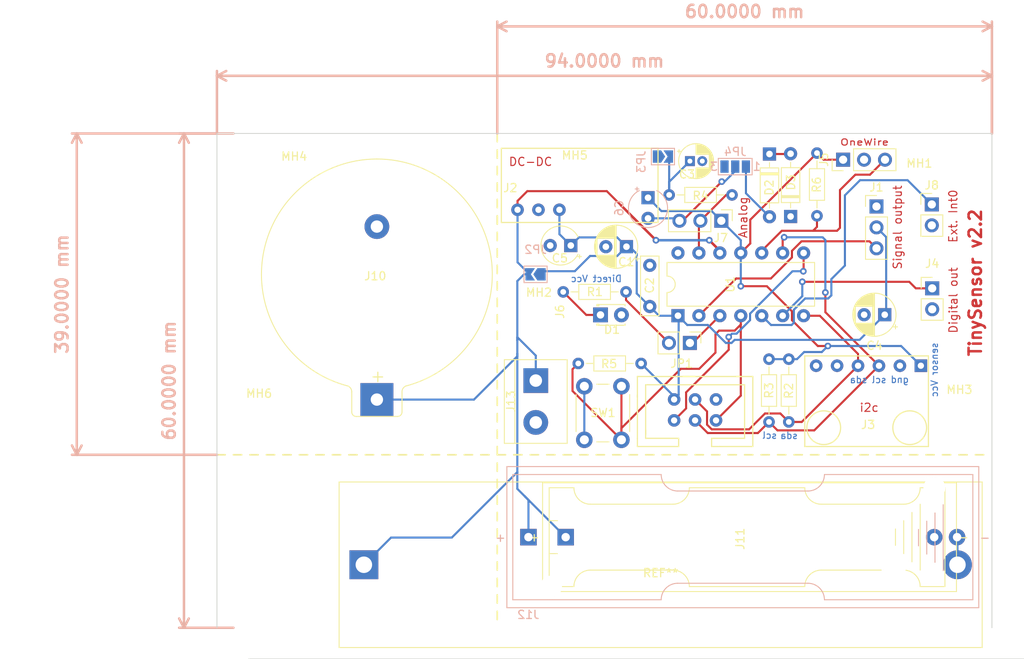
<source format=kicad_pcb>
(kicad_pcb (version 20211014) (generator pcbnew)
  (title_block (title "TinySensor Board") (date "2018-11-11") (rev "1.1"))
  (layers (0 "F.Cu" signal) (31 "B.Cu" signal) (34 "B.Paste" user) (35 "F.Paste" user) (36 "B.SilkS" user "B.Silkscreen") (37 "F.SilkS" user "F.Silkscreen") (38 "B.Mask" user) (39 "F.Mask" user) (44 "Edge.Cuts" user))
  (net 0 "")
  (net 1 "/SCL")
  (net 2 "/LED_OUT")
  (net 3 "/TX_RADIO")
  (net 4 "/SDA")
  (net 5 "GND")
  (net 6 "+BATT")
  (net 7 "/RESET")
  (net 8 "/OneWire")
  (net 9 "/MISO")
  (net 10 "/Analog_sensor")
  (net 11 "Net-(D1-Pad1)")
  (net 12 "Net-(C3-Pad1)")
  (net 13 "Net-(JP1-Pad2)")
  (net 14 "VCC")
  (net 15 "/SENSOR_VCC")
  (net 16 "/INT0")
  (net 18 "Net-(D2-Pad1)")
  (net 19 "Net-(D2-Pad2)")
  (net 20 "Net-(C6-Pad2)")
  (net 21 "/DIGITAL_OUT")
  (footprint "Package_DIP:DIP-14_W7.62mm" (layer "F.Cu") (at 168.92 70.12 90)
    (fp_text reference "U1" (at 3.81 6.35 90) (layer "F.SilkS"))
    (fp_text value "ATtiny84A-PU")
    (pad "1" thru_hole rect locked (at 0 0 90) (size 1.6 1.6) (drill 0.8) (layers *.Cu *.Mask) (net 14 "VCC"))
    (pad "2" thru_hole oval locked (at 0 2.54 90) (size 1.6 1.6) (drill 0.8) (layers *.Cu *.Mask) (net 3 "/TX_RADIO"))
    (pad "3" thru_hole oval locked (at 0 5.08 90) (size 1.6 1.6) (drill 0.8) (layers *.Cu *.Mask) (net 2 "/LED_OUT"))
    (pad "4" thru_hole oval locked (at 0 7.62 90) (size 1.6 1.6) (drill 0.8) (layers *.Cu *.Mask) (net 7 "/RESET"))
    (pad "5" thru_hole oval locked (at 0 10.16 90) (size 1.6 1.6) (drill 0.8) (layers *.Cu *.Mask) (net 16 "/INT0"))
    (pad "6" thru_hole oval locked (at 0 12.7 90) (size 1.6 1.6) (drill 0.8) (layers *.Cu *.Mask) (net 21 "/DIGITAL_OUT"))
    (pad "7" thru_hole oval locked (at 0 15.24 90) (size 1.6 1.6) (drill 0.8) (layers *.Cu *.Mask) (net 4 "/SDA"))
    (pad "8" thru_hole oval locked (at 7.62 15.24 90) (size 1.6 1.6) (drill 0.8) (layers *.Cu *.Mask) (net 9 "/MISO"))
    (pad "9" thru_hole oval locked (at 7.62 12.7 90) (size 1.6 1.6) (drill 0.8) (layers *.Cu *.Mask) (net 1 "/SCL"))
    (pad "10" thru_hole oval locked (at 7.62 10.16 90) (size 1.6 1.6) (drill 0.8) (layers *.Cu *.Mask) (net 8 "/OneWire"))
    (pad "11" thru_hole oval locked (at 7.62 7.62 90) (size 1.6 1.6) (drill 0.8) (layers *.Cu *.Mask) (net 15 "/SENSOR_VCC"))
    (pad "12" thru_hole oval locked (at 7.62 5.08 90) (size 1.6 1.6) (drill 0.8) (layers *.Cu *.Mask) (net 6 "+BATT"))
    (pad "13" thru_hole oval locked (at 7.62 2.54 90) (size 1.6 1.6) (drill 0.8) (layers *.Cu *.Mask) (net 10 "/Analog_sensor"))
    (pad "14" thru_hole oval locked (at 7.62 0 90) (size 1.6 1.6) (drill 0.8) (layers *.Cu *.Mask) (net 5 "GND"))
  )
  (footprint "Connector_PinHeader_2.54mm:PinHeader_1x03_P2.54mm_Vertical" (layer "F.Cu") (at 192.99936 56.86044)
    (fp_text reference "J1" (at 0 -2.33 180) (layer "F.SilkS"))
    (fp_text value "RADIO")
    (pad "1" thru_hole rect locked (at 0 0) (size 1.7 1.7) (drill 1) (layers *.Cu *.Mask) (net 5 "GND"))
    (pad "2" thru_hole oval locked (at 0 2.54) (size 1.7 1.7) (drill 1) (layers *.Cu *.Mask) (net 14 "VCC"))
    (pad "3" thru_hole oval locked (at 0 5.08) (size 1.7 1.7) (drill 1) (layers *.Cu *.Mask) (net 3 "/TX_RADIO"))
  )
  (footprint "TinySensor lib:BMx280_breakout" (layer "F.Cu") (at 193.3 80 180)
    (fp_text reference "J3" (at 1.31664 -3.35772) (layer "F.SilkS"))
    (fp_text value "I2C Sensor (BME/BMP 280)")
    (pad "1" thru_hole rect locked (at -5.08 3.81 180) (size 1.524 1.524) (drill 0.762) (layers *.Cu *.Mask) (net 15 "/SENSOR_VCC"))
    (pad "2" thru_hole circle locked (at -2.54 3.81 180) (size 1.524 1.524) (drill 0.762) (layers *.Cu *.Mask) (net 5 "GND"))
    (pad "3" thru_hole circle locked (at 0 3.81 180) (size 1.524 1.524) (drill 0.762) (layers *.Cu *.Mask) (net 1 "/SCL"))
    (pad "4" thru_hole circle locked (at 2.54 3.81 180) (size 1.524 1.524) (drill 0.762) (layers *.Cu *.Mask) (net 4 "/SDA"))
    (pad "5" thru_hole circle locked (at 5.08 3.81 180) (size 1.524 1.524) (drill 0.762) (layers *.Cu *.Mask))
    (pad "6" thru_hole circle locked (at 7.62 3.81 180) (size 1.524 1.524) (drill 0.762) (layers *.Cu *.Mask) (net 5 "GND"))
  )
  (footprint "Capacitor_THT:CP_Radial_D5.0mm_P2.50mm" (layer "F.Cu") (at 162.67176 61.74232 180)
    (fp_text reference "C1" (at 0.0254 -1.8542 180) (layer "F.SilkS"))
    (fp_text value "10u")
    (pad "1" thru_hole rect locked (at 0 0 180) (size 1.6 1.6) (drill 0.8) (layers *.Cu *.Mask) (net 14 "VCC"))
    (pad "2" thru_hole circle locked (at 2.5 0 180) (size 1.6 1.6) (drill 0.8) (layers *.Cu *.Mask) (net 5 "GND"))
  )
  (footprint "LED_THT:LED_D1.8mm_W3.3mm_H2.4mm" (layer "F.Cu") (at 159.52216 70.02272)
    (fp_text reference "D1" (at 1.397 1.778) (layer "F.SilkS"))
    (fp_text value "LED")
    (pad "1" thru_hole rect locked (at 0 0) (size 1.8 1.8) (drill 0.9) (layers *.Cu *.Mask))
    (pad "2" thru_hole circle locked (at 2.54 0) (size 1.8 1.8) (drill 0.9) (layers *.Cu *.Mask) (net 5 "GND"))
  )
  (footprint "MountingHole:MountingHole_2.5mm" (layer "F.Cu") (at 203 52)
    (fp_text reference "MH1" (at -4.8 -0.37) (layer "F.SilkS"))
    (fp_text value "MountingHole")
    (pad "" np_thru_hole circle locked (at 0 0) (size 2.5 2.5) (drill 2.5) (layers *.Cu *.Mask))
  )
  (footprint "MountingHole:MountingHole_2.5mm" (layer "F.Cu") (at 203 83)
    (fp_text reference "MH3" (at 0.06 -3.9) (layer "F.SilkS"))
    (fp_text value "MountingHole")
    (pad "" np_thru_hole circle locked (at 0 0) (size 2.5 2.5) (drill 2.5) (layers *.Cu *.Mask))
  )
  (footprint "MountingHole:MountingHole_2.5mm" (layer "F.Cu") (at 118.04904 52.81676)
    (fp_text reference "MH4" (at 4.318 -2.032) (layer "F.SilkS"))
    (fp_text value "MountingHole")
    (pad "" np_thru_hole circle locked (at 0 0) (size 2.5 2.5) (drill 2.5) (layers *.Cu *.Mask))
  )
  (footprint "MountingHole:MountingHole_2.5mm" (layer "F.Cu") (at 152.5228 70.808)
    (fp_text reference "MH2" (at -0.46824 -3.50308) (layer "F.SilkS"))
    (fp_text value "MountingHole")
    (pad "" np_thru_hole circle locked (at 0 0) (size 2.5 2.5) (drill 2.5) (layers *.Cu *.Mask))
  )
  (footprint "Connector_PinHeader_2.54mm:PinHeader_1x02_P2.54mm_Vertical" (layer "F.Cu") (at 170.36796 73.42632 -90)
    (fp_text reference "JP1" (at 2.5 1) (layer "F.SilkS"))
    (fp_text value "LED Jumper")
    (pad "1" thru_hole rect locked (at 0 0 270) (size 1.7 1.7) (drill 1) (layers *.Cu *.Mask) (net 2 "/LED_OUT"))
    (pad "2" thru_hole oval locked (at 0 2.54 270) (size 1.7 1.7) (drill 1) (layers *.Cu *.Mask) (net 13 "Net-(JP1-Pad2)"))
  )
  (footprint "Battery:BatteryHolder_Keystone_2466_1xAAA" (layer "F.Cu") (at 155.3 97)
    (fp_text reference "J11" (at 21.168 0.206 -90) (layer "F.SilkS"))
    (fp_text value "AAA socket")
    (fp_text user "-" (at 48.26 0) (layer "F.SilkS"))
    (fp_text user "+" (at -3.81 0) (layer "F.SilkS"))
    (pad "1" thru_hole rect locked (at 0 0) (size 2 2) (drill 1.02) (layers *.Cu *.Mask) (net 6 "+BATT"))
    (pad "2" thru_hole circle locked (at 44.7 0) (size 2 2) (drill 1.02) (layers *.Cu *.Mask) (net 5 "GND"))
  )
  (footprint "Capacitor_THT:CP_Radial_Tantal_D4.5mm_P2.50mm" (layer "F.Cu") (at 155.92044 61.60008 180)
    (fp_text reference "C5" (at 1.32588 -1.53924) (layer "F.SilkS"))
    (fp_text value "1n")
    (pad "1" thru_hole rect locked (at 0 0 180) (size 1.6 1.6) (drill 0.8) (layers *.Cu *.Mask) (net 14 "VCC"))
    (pad "2" thru_hole circle locked (at 2.5 0 180) (size 1.6 1.6) (drill 0.8) (layers *.Cu *.Mask) (net 5 "GND"))
  )
  (footprint "MountingHole:MountingHole_2.5mm" (layer "F.Cu") (at 160.6 51.8)
    (fp_text reference "MH5" (at -4.2 -1.15) (layer "F.SilkS"))
    (fp_text value "MountingHole")
    (pad "" np_thru_hole circle locked (at 0 0) (size 2.5 2.5) (drill 2.5) (layers *.Cu *.Mask))
  )
  (footprint "Capacitor_THT:C_Rect_L7.0mm_W2.0mm_P5.00mm" (layer "F.Cu") (at 165.5 64 -90)
    (fp_text reference "C2" (at 2.44132 0.00884 90) (layer "F.SilkS"))
    (fp_text value "100n")
    (pad "1" thru_hole circle locked (at 0 0 270) (size 1.6 1.6) (drill 0.8) (layers *.Cu *.Mask) (net 5 "GND"))
    (pad "2" thru_hole circle locked (at 5 0 270) (size 1.6 1.6) (drill 0.8) (layers *.Cu *.Mask) (net 14 "VCC"))
  )
  (footprint "TinySensor lib:DC-DC_0.9v-3.3v_to_3.3v" (layer "F.Cu") (at 147.5 58.8)
    (fp_text reference "J2" (at 1.09 -4.19) (layer "F.SilkS"))
    (fp_text value "DCDC converter")
    (pad "1" thru_hole circle locked (at 1.96 -1.54) (size 1.524 1.524) (drill 0.762) (layers *.Cu *.Mask) (net 6 "+BATT"))
    (pad "2" thru_hole circle locked (at 4.5 -1.54) (size 1.524 1.524) (drill 0.762) (layers *.Cu *.Mask) (net 5 "GND"))
    (pad "3" thru_hole circle locked (at 7.04 -1.54) (size 1.524 1.524) (drill 0.762) (layers *.Cu *.Mask) (net 14 "VCC"))
  )
  (footprint "Capacitor_THT:CP_Radial_D5.0mm_P2.50mm" (layer "F.Cu") (at 194 70 180)
    (fp_text reference "C4" (at 1.25 -3.75 180) (layer "F.SilkS"))
    (fp_text value "10u")
    (pad "1" thru_hole rect locked (at 0 0 180) (size 1.6 1.6) (drill 0.8) (layers *.Cu *.Mask) (net 14 "VCC"))
    (pad "2" thru_hole circle locked (at 2.5 0 180) (size 1.6 1.6) (drill 0.8) (layers *.Cu *.Mask) (net 5 "GND"))
  )
  (footprint "Connector_PinHeader_2.54mm:PinHeader_1x02_P2.54mm_Vertical" (layer "F.Cu") (at 199.75576 66.79692)
    (fp_text reference "J4" (at 0 -3) (layer "F.SilkS"))
    (fp_text value "Digital out")
    (pad "1" thru_hole rect locked (at 0 0) (size 1.7 1.7) (drill 1) (layers *.Cu *.Mask) (net 21 "/DIGITAL_OUT"))
    (pad "2" thru_hole oval locked (at 0 2.54) (size 1.7 1.7) (drill 1) (layers *.Cu *.Mask) (net 5 "GND"))
  )
  (footprint "Connector_PinHeader_2.54mm:PinHeader_1x03_P2.54mm_Vertical" (layer "F.Cu") (at 174.17796 58.59272 -90)
    (fp_text reference "J7" (at 2.0828 0.0508 180) (layer "F.SilkS"))
    (fp_text value "Analog sensor")
    (pad "1" thru_hole rect locked (at 0 0 270) (size 1.7 1.7) (drill 1) (layers *.Cu *.Mask) (net 15 "/SENSOR_VCC"))
    (pad "2" thru_hole oval locked (at 0 2.54 270) (size 1.7 1.7) (drill 1) (layers *.Cu *.Mask) (net 10 "/Analog_sensor"))
    (pad "3" thru_hole oval locked (at 0 5.08 270) (size 1.7 1.7) (drill 1) (layers *.Cu *.Mask) (net 20 "Net-(C6-Pad2)"))
  )
  (footprint "TerminalBlock:TerminalBlock_bornier-2_P5.08mm" (layer "F.Cu") (at 151.67356 77.99324 -90)
    (fp_text reference "J13" (at 2.54 3 -90) (layer "F.SilkS"))
    (fp_text value "RAW IN")
    (pad "1" thru_hole rect locked (at 0 0 270) (size 3 3) (drill 1.52) (layers *.Cu *.Mask) (net 6 "+BATT"))
    (pad "2" thru_hole circle locked (at 5.08 0 270) (size 3 3) (drill 1.52) (layers *.Cu *.Mask) (net 5 "GND"))
  )
  (footprint "battery supp.:BatteryHolder_Keystone_106_1x21mm" (layer "F.Cu") (at 132.4 80.3 90)
    (fp_text reference "J10" (at 14.992 -0.19) (layer "F.SilkS"))
    (fp_text value "CR2032 socket")
    (fp_text user "+" (at 2.75 0 90) (layer "F.SilkS") (effects (font (size 1.5 1.5))))
    (pad "1" thru_hole rect locked (at 0 0 90) (size 4 4) (drill 1.5) (layers *.Cu *.Mask) (net 6 "+BATT"))
    (pad "2" thru_hole circle locked (at 21 0 90) (size 3 3) (drill 1.5) (layers *.Cu *.Mask) (net 5 "GND"))
  )
  (footprint "Resistor_THT:R_Axial_DIN0204_L3.6mm_D1.6mm_P7.62mm_Horizontal" (layer "F.Cu") (at 179.96444 75.3934 -90)
    (fp_text reference "R3" (at 3.8 0 90) (layer "F.SilkS"))
    (fp_text value "4,7k")
    (pad "1" thru_hole circle locked (at 0 0 270) (size 1.4 1.4) (drill 0.7) (layers *.Cu *.Mask) (net 15 "/SENSOR_VCC"))
    (pad "2" thru_hole oval locked (at 7.62 0 270) (size 1.4 1.4) (drill 0.7) (layers *.Cu *.Mask) (net 1 "/SCL"))
  )
  (footprint "Resistor_THT:R_Axial_DIN0204_L3.6mm_D1.6mm_P7.62mm_Horizontal" (layer "F.Cu") (at 182.36444 75.3934 -90)
    (fp_text reference "R2" (at 3.832 0 90) (layer "F.SilkS"))
    (fp_text value "4,7k")
    (pad "1" thru_hole circle locked (at 0 0 270) (size 1.4 1.4) (drill 0.7) (layers *.Cu *.Mask) (net 15 "/SENSOR_VCC"))
    (pad "2" thru_hole oval locked (at 7.62 0 270) (size 1.4 1.4) (drill 0.7) (layers *.Cu *.Mask) (net 4 "/SDA"))
  )
  (footprint "MountingHole:MountingHole_2.5mm" (layer "F.Cu") (at 118.11 83.06562)
    (fp_text reference "MH6" (at 0 -3.5) (layer "F.SilkS"))
    (fp_text value "MountingHole")
    (pad "" np_thru_hole circle locked (at 0 0) (size 2.5 2.5) (drill 2.5) (layers *.Cu *.Mask))
  )
  (footprint "Resistor_THT:R_Axial_DIN0204_L3.6mm_D1.6mm_P7.62mm_Horizontal" (layer "F.Cu") (at 155.00096 67.22872)
    (fp_text reference "R1" (at 3.8354 0) (layer "F.SilkS"))
    (fp_text value "1k")
    (pad "1" thru_hole circle locked (at 0 0) (size 1.4 1.4) (drill 0.7) (layers *.Cu *.Mask) (net 11 "Net-(D1-Pad1)"))
    (pad "2" thru_hole oval locked (at 7.62 0) (size 1.4 1.4) (drill 0.7) (layers *.Cu *.Mask) (net 13 "Net-(JP1-Pad2)"))
  )
  (footprint "Connector_PinHeader_2.54mm:PinHeader_1x02_P2.54mm_Vertical" (layer "F.Cu") (at 199.71004 56.61152)
    (fp_text reference "J8" (at 0 -2.33) (layer "F.SilkS"))
    (fp_text value "EXT. INT0")
    (pad "1" thru_hole rect locked (at 0 0) (size 1.7 1.7) (drill 1) (layers *.Cu *.Mask) (net 16 "/INT0"))
    (pad "2" thru_hole oval locked (at 0 2.54) (size 1.7 1.7) (drill 1) (layers *.Cu *.Mask) (net 5 "GND"))
  )
  (footprint "TinySensor lib:ICSP_SOCKET_MINI_2x3" (layer "F.Cu") (at 164 85)
    (fp_text reference "J6" (at -9.4012 -15.374 -270) (layer "F.SilkS"))
    (fp_text value "ISP")
    (pad "1" thru_hole circle locked (at 4.45428 -2.17488) (size 1.524 1.524) (drill 0.762) (layers *.Cu *.Mask) (net 9 "/MISO"))
    (pad "2" thru_hole circle locked (at 4.45428 -4.71488) (size 1.524 1.524) (drill 0.762) (layers *.Cu *.Mask) (net 14 "VCC"))
    (pad "3" thru_hole circle locked (at 6.99428 -2.17488) (size 1.524 1.524) (drill 0.762) (layers *.Cu *.Mask) (net 1 "/SCL"))
    (pad "4" thru_hole circle locked (at 6.99428 -4.71488) (size 1.524 1.524) (drill 0.762) (layers *.Cu *.Mask) (net 4 "/SDA"))
    (pad "5" thru_hole circle locked (at 9.53428 -2.17488) (size 1.524 1.524) (drill 0.762) (layers *.Cu *.Mask) (net 7 "/RESET"))
    (pad "6" thru_hole circle locked (at 9.53428 -4.71488) (size 1.524 1.524) (drill 0.762) (layers *.Cu *.Mask) (net 5 "GND"))
  )
  (footprint "Connector_PinHeader_2.54mm:PinHeader_1x03_P2.54mm_Vertical" (layer "F.Cu") (at 188.9506 51.181 90)
    (fp_text reference "J5" (at 0 -2.33 90) (layer "F.SilkS"))
    (fp_text value "OneWire sensor")
    (pad "1" thru_hole rect locked (at 0 0 90) (size 1.7 1.7) (drill 1) (layers *.Cu *.Mask) (net 15 "/SENSOR_VCC"))
    (pad "2" thru_hole oval locked (at 0 2.54 90) (size 1.7 1.7) (drill 1) (layers *.Cu *.Mask) (net 5 "GND"))
    (pad "3" thru_hole oval locked (at 0 5.08 90) (size 1.7 1.7) (drill 1) (layers *.Cu *.Mask) (net 8 "/OneWire"))
  )
  (footprint "Resistor_THT:R_Axial_DIN0204_L3.6mm_D1.6mm_P7.62mm_Horizontal" (layer "F.Cu") (at 185.78068 57.99836 90)
    (fp_text reference "R6" (at 3.7846 -0.03556 90) (layer "F.SilkS"))
    (fp_text value "4k7")
    (pad "1" thru_hole circle locked (at 0 0 90) (size 1.4 1.4) (drill 0.7) (layers *.Cu *.Mask) (net 8 "/OneWire"))
    (pad "2" thru_hole oval locked (at 7.62 0 90) (size 1.4 1.4) (drill 0.7) (layers *.Cu *.Mask) (net 15 "/SENSOR_VCC"))
  )
  (footprint "Diode_THT:D_DO-35_SOD27_P7.62mm_Horizontal" (layer "F.Cu") (at 182.58028 58.07456 90)
    (fp_text reference "D3" (at 4.14528 0.04064 90) (layer "F.SilkS"))
    (fp_text value "1N914")
    (pad "1" thru_hole rect locked (at 0 0 90) (size 1.6 1.6) (drill 0.8) (layers *.Cu *.Mask) (net 5 "GND"))
    (pad "2" thru_hole oval locked (at 7.62 0 90) (size 1.6 1.6) (drill 0.8) (layers *.Cu *.Mask) (net 18 "Net-(D2-Pad1)"))
  )
  (footprint "Diode_THT:D_DO-35_SOD27_P7.62mm_Horizontal" (layer "F.Cu") (at 180.01996 50.49012 -90)
    (fp_text reference "D2" (at 4.07924 0.02032 90) (layer "F.SilkS"))
    (fp_text value "1N914")
    (pad "1" thru_hole rect locked (at 0 0 270) (size 1.6 1.6) (drill 0.8) (layers *.Cu *.Mask) (net 18 "Net-(D2-Pad1)"))
    (pad "2" thru_hole oval locked (at 7.62 0 270) (size 1.6 1.6) (drill 0.8) (layers *.Cu *.Mask) (net 19 "Net-(D2-Pad2)"))
  )
  (footprint "Resistor_THT:R_Axial_DIN0204_L3.6mm_D1.6mm_P7.62mm_Horizontal" (layer "F.Cu") (at 175.47336 55.45836 180)
    (fp_text reference "R4" (at 3.81 -0.102 180) (layer "F.SilkS"))
    (fp_text value "75R")
    (pad "1" thru_hole circle locked (at 0 0 180) (size 1.4 1.4) (drill 0.7) (layers *.Cu *.Mask) (net 10 "/Analog_sensor"))
    (pad "2" thru_hole oval locked (at 7.62 0 180) (size 1.4 1.4) (drill 0.7) (layers *.Cu *.Mask) (net 12 "Net-(C3-Pad1)"))
  )
  (footprint "Capacitor_THT:CP_Radial_D4.0mm_P1.50mm" (layer "F.Cu") (at 170.36796 51.35372)
    (fp_text reference "C3" (at -0.3556 1.6002 180) (layer "F.SilkS"))
    (fp_text value "1u")
    (pad "1" thru_hole rect locked (at 0 0) (size 1.2 1.2) (drill 0.6) (layers *.Cu *.Mask) (net 12 "Net-(C3-Pad1)"))
    (pad "2" thru_hole circle locked (at 1.5 0) (size 1.2 1.2) (drill 0.6) (layers *.Cu *.Mask) (net 5 "GND"))
  )
  (footprint "Resistor_THT:R_Axial_DIN0204_L3.6mm_D1.6mm_P7.62mm_Horizontal" (layer "F.Cu") (at 156.82976 75.91552)
    (fp_text reference "R5" (at 3.7338 0.0508) (layer "F.SilkS"))
    (fp_text value "10k")
    (pad "1" thru_hole circle locked (at 0 0) (size 1.4 1.4) (drill 0.7) (layers *.Cu *.Mask) (net 7 "/RESET"))
    (pad "2" thru_hole oval locked (at 7.62 0) (size 1.4 1.4) (drill 0.7) (layers *.Cu *.Mask) (net 14 "VCC"))
  )
  (footprint "Button_Switch_THT:SW_PUSH_6mm_H4.3mm" (layer "F.Cu") (at 162.06216 78.68412 -90)
    (fp_text reference "SW1" (at 3.2258 2.2352 180) (layer "F.SilkS"))
    (fp_text value "RESET")
    (pad "1" thru_hole circle locked (at 0 0) (size 2 2) (drill 1.1) (layers *.Cu *.Mask) (net 7 "/RESET"))
    (pad "1" thru_hole circle locked (at 6.5 0) (size 2 2) (drill 1.1) (layers *.Cu *.Mask) (net 7 "/RESET"))
    (pad "2" thru_hole circle locked (at 0 4.5) (size 2 2) (drill 1.1) (layers *.Cu *.Mask) (net 5 "GND"))
    (pad "2" thru_hole circle locked (at 6.5 4.5) (size 2 2) (drill 1.1) (layers *.Cu *.Mask) (net 5 "GND"))
  )
  (footprint "Battery:BatteryHolder_MPD_BH-18650-PC2" (layer "F.Cu") (at 130.82016 100.35032)
    (fp_text reference "REF**" (at 36 1) (layer "F.SilkS"))
    (fp_text value "BatteryHolder_MPD_BH-18650-PC2")
    (pad "" np_thru_hole circle (at 64.255 0) (size 3.2 3.2) (drill 3.2) (layers *.Cu *.Mask))
    (pad "" np_thru_hole circle (at 8.645 0) (size 3.2 3.2) (drill 3.2) (layers *.Cu *.Mask))
    (pad "1" thru_hole rect (at 0 0) (size 3.5 3.5) (drill 2) (layers *.Cu *.Mask) (net 6 "+BATT"))
    (pad "2" thru_hole circle (at 72 0) (size 3.5 3.5) (drill 2) (layers *.Cu *.Mask) (net 5 "GND"))
  )
  (footprint "Jumper:SolderJumper-2_P1.3mm_Open_TrianglePad1.0x1.5mm" (layer "B.Cu") (at 151.64816 65.09512 180)
    (fp_text reference "JP2" (at 0 3) (layer "B.SilkS") (effects (justify mirror)))
    (fp_text value "DIRECT Vcc")
    (pad "1" smd custom locked (at -0.725 0 180) (size 0.3 0.3) (layers "B.Cu" "B.Mask") (net 14 "VCC") (options (clearance outline) (anchor rect)) (primitives (gr_poly (pts (xy -0.5 0.75) (xy 0.5 0.75) (xy 1 0) (xy 0.5 -0.75) (xy -0.5 -0.75)) (width 0) (fill yes))))
    (pad "2" smd custom locked (at 0.725 0 180) (size 0.3 0.3) (layers "B.Cu" "B.Mask") (net 6 "+BATT") (options (clearance outline) (anchor rect)) (primitives (gr_poly (pts (xy -0.65 0.75) (xy 0.5 0.75) (xy 0.5 -0.75) (xy -0.65 -0.75) (xy -0.15 0)) (width 0) (fill yes))))
  )
  (footprint "Battery:BatteryHolder_Keystone_2460_1xAA" (layer "B.Cu") (at 150.78456 96.99752)
    (fp_text reference "J12" (at -0.02 9.42 -180) (layer "B.SilkS") (effects (justify mirror)))
    (fp_text value "AA Socket")
    (fp_text user "-" (at 55.37 0.06) (layer "B.SilkS") (effects (justify mirror)))
    (fp_text user "+" (at -3.4 0.06) (layer "B.SilkS") (effects (justify mirror)))
    (pad "" np_thru_hole circle locked (at 49.23 -5.995) (size 2.64 2.64) (drill 2.64) (layers *.Cu *.Mask))
    (pad "" np_thru_hole circle locked (at 2.75 5.995 270) (size 2.64 2.64) (drill 2.64) (layers *.Cu *.Mask))
    (pad "1" thru_hole rect locked (at 0 0 180) (size 2 2) (drill 1.02) (layers *.Cu *.Mask) (net 6 "+BATT"))
    (pad "2" thru_hole circle locked (at 51.99 0 180) (size 2 2) (drill 1.02) (layers *.Cu *.Mask) (net 5 "GND"))
  )
  (footprint "Jumper:SolderJumper-2_P1.3mm_Open_TrianglePad1.0x1.5mm" (layer "B.Cu") (at 167.095 50.8)
    (fp_text reference "JP3" (at -2.63 0.635 90) (layer "B.SilkS") (effects (justify mirror)))
    (fp_text value " ")
    (pad "1" smd custom locked (at -0.725 0) (size 0.3 0.3) (layers "B.Cu" "B.Mask") (net 5 "GND") (options (clearance outline) (anchor rect)) (primitives (gr_poly (pts (xy -0.5 0.75) (xy 0.5 0.75) (xy 1 0) (xy 0.5 -0.75) (xy -0.5 -0.75)) (width 0) (fill yes))))
    (pad "2" smd custom locked (at 0.725 0) (size 0.3 0.3) (layers "B.Cu" "B.Mask") (net 12 "Net-(C3-Pad1)") (options (clearance outline) (anchor rect)) (primitives (gr_poly (pts (xy -0.65 0.75) (xy 0.5 0.75) (xy 0.5 -0.75) (xy -0.65 -0.75) (xy -0.15 0)) (width 0) (fill yes))))
  )
  (footprint "Jumper:SolderJumper-3_P1.3mm_Open_Pad1.0x1.5mm_NumberLabels" (layer "B.Cu") (at 175.86452 52.0192 180)
    (fp_text reference "JP4" (at 0 1.8) (layer "B.SilkS") (effects (justify mirror)))
    (fp_text value "Analog ref")
    (fp_text user "1" (at -2.6 0) (layer "B.SilkS") (effects (justify mirror)))
    (fp_text user "3" (at 2.6 0) (layer "B.SilkS") (effects (justify mirror)))
    (pad "1" smd rect locked (at -1.3 0 180) (size 1 1.5) (layers "B.Cu" "B.Mask") (net 19 "Net-(D2-Pad2)"))
    (pad "2" smd rect locked (at 0 0 180) (size 1 1.5) (layers "B.Cu" "B.Mask") (net 20 "Net-(C6-Pad2)"))
    (pad "3" smd rect locked (at 1.3 0 180) (size 1 1.5) (layers "B.Cu" "B.Mask") (net 5 "GND"))
  )
  (footprint "Capacitor_THT:CP_Radial_Tantal_D4.5mm_P2.50mm" (layer "B.Cu") (at 165.28796 55.79872 -90)
    (fp_text reference "C6" (at 1.25 3.5 90) (layer "B.SilkS") (effects (justify mirror)))
    (fp_text value "0.1u")
    (pad "1" thru_hole rect locked (at 0 0 270) (size 1.6 1.6) (drill 0.8) (layers *.Cu *.Mask) (net 15 "/SENSOR_VCC"))
    (pad "2" thru_hole circle locked (at 2.5 0 270) (size 1.6 1.6) (drill 0.8) (layers *.Cu *.Mask) (net 20 "Net-(C6-Pad2)"))
  )
  (gr_line (start 147 50) (end 147 51) (layer "F.SilkS") (width 0.2))
  (gr_line (start 147 52) (end 147 53) (layer "F.SilkS") (width 0.2))
  (gr_line (start 147 54) (end 147 55) (layer "F.SilkS") (width 0.2))
  (gr_line (start 147 56) (end 147 57) (layer "F.SilkS") (width 0.2))
  (gr_line (start 147 58) (end 147 59) (layer "F.SilkS") (width 0.2))
  (gr_line (start 147 58) (end 147 59) (layer "F.SilkS") (width 0.2))
  (gr_line (start 147 60) (end 147 61) (layer "F.SilkS") (width 0.2))
  (gr_line (start 147 62) (end 147 63) (layer "F.SilkS") (width 0.2))
  (gr_line (start 147 64) (end 147 65) (layer "F.SilkS") (width 0.2))
  (gr_line (start 147 66) (end 147 67) (layer "F.SilkS") (width 0.2))
  (gr_line (start 147 68) (end 147 69) (layer "F.SilkS") (width 0.2))
  (gr_line (start 147 70) (end 147 71) (layer "F.SilkS") (width 0.2))
  (gr_line (start 147 72) (end 147 73) (layer "F.SilkS") (width 0.2))
  (gr_line (start 147 74) (end 147 75) (layer "F.SilkS") (width 0.2))
  (gr_line (start 147 76) (end 147 77) (layer "F.SilkS") (width 0.2))
  (gr_line (start 147 78) (end 147 79) (layer "F.SilkS") (width 0.2))
  (gr_line (start 147 80) (end 147 81) (layer "F.SilkS") (width 0.2))
  (gr_line (start 147 82) (end 147 83) (layer "F.SilkS") (width 0.2))
  (gr_line (start 147 84) (end 147 85) (layer "F.SilkS") (width 0.2))
  (gr_line (start 147 86) (end 147 87) (layer "F.SilkS") (width 0.2))
  (gr_line (start 147 88) (end 147 89) (layer "F.SilkS") (width 0.2))
  (gr_line (start 147 90) (end 147 91) (layer "F.SilkS") (width 0.2))
  (gr_line (start 147 92) (end 147 93) (layer "F.SilkS") (width 0.2))
  (gr_line (start 147 94) (end 147 95) (layer "F.SilkS") (width 0.2))
  (gr_line (start 147 96) (end 147 97) (layer "F.SilkS") (width 0.2))
  (gr_line (start 147 98) (end 147 99) (layer "F.SilkS") (width 0.2))
  (gr_line (start 147 100) (end 147 101) (layer "F.SilkS") (width 0.2))
  (gr_line (start 147 102) (end 147 103) (layer "F.SilkS") (width 0.2))
  (gr_line (start 147 104) (end 147 105) (layer "F.SilkS") (width 0.2))
  (gr_line (start 147 106) (end 147 107) (layer "F.SilkS") (width 0.2))
  (gr_line (start 115 87) (end 116 87) (layer "F.SilkS") (width 0.2))
  (gr_line (start 117 87) (end 118 87) (layer "F.SilkS") (width 0.2))
  (gr_line (start 119 87) (end 120 87) (layer "F.SilkS") (width 0.2))
  (gr_line (start 121 87) (end 122 87) (layer "F.SilkS") (width 0.2))
  (gr_line (start 123 87) (end 124 87) (layer "F.SilkS") (width 0.2))
  (gr_line (start 125 87) (end 126 87) (layer "F.SilkS") (width 0.2))
  (gr_line (start 127 87) (end 128 87) (layer "F.SilkS") (width 0.2))
  (gr_line (start 129 87) (end 130 87) (layer "F.SilkS") (width 0.2))
  (gr_line (start 131 87) (end 132 87) (layer "F.SilkS") (width 0.2))
  (gr_line (start 133 87) (end 134 87) (layer "F.SilkS") (width 0.2))
  (gr_line (start 135 87) (end 136 87) (layer "F.SilkS") (width 0.2))
  (gr_line (start 137 87) (end 138 87) (layer "F.SilkS") (width 0.2))
  (gr_line (start 139 87) (end 140 87) (layer "F.SilkS") (width 0.2))
  (gr_line (start 141 87) (end 142 87) (layer "F.SilkS") (width 0.2))
  (gr_line (start 143 87) (end 144 87) (layer "F.SilkS") (width 0.2))
  (gr_line (start 145 87) (end 146 87) (layer "F.SilkS") (width 0.2))
  (gr_line (start 147 87) (end 148 87) (layer "F.SilkS") (width 0.2))
  (gr_line (start 149 87) (end 150 87) (layer "F.SilkS") (width 0.2))
  (gr_line (start 151 87) (end 152 87) (layer "F.SilkS") (width 0.2))
  (gr_line (start 153 87) (end 154 87) (layer "F.SilkS") (width 0.2))
  (gr_line (start 155 87) (end 156 87) (layer "F.SilkS") (width 0.2))
  (gr_line (start 157 87) (end 158 87) (layer "F.SilkS") (width 0.2))
  (gr_line (start 159 87) (end 160 87) (layer "F.SilkS") (width 0.2))
  (gr_line (start 161 87) (end 162 87) (layer "F.SilkS") (width 0.2))
  (gr_line (start 163 87) (end 164 87) (layer "F.SilkS") (width 0.2))
  (gr_line (start 165 87) (end 166 87) (layer "F.SilkS") (width 0.2))
  (gr_line (start 167 87) (end 168 87) (layer "F.SilkS") (width 0.2))
  (gr_line (start 169 87) (end 170 87) (layer "F.SilkS") (width 0.2))
  (gr_line (start 171 87) (end 172 87) (layer "F.SilkS") (width 0.2))
  (gr_line (start 173 87) (end 174 87) (layer "F.SilkS") (width 0.2))
  (gr_line (start 175 87) (end 176 87) (layer "F.SilkS") (width 0.2))
  (gr_line (start 177 87) (end 178 87) (layer "F.SilkS") (width 0.2))
  (gr_line (start 179 87) (end 180 87) (layer "F.SilkS") (width 0.2))
  (gr_line (start 181 87) (end 182 87) (layer "F.SilkS") (width 0.2))
  (gr_line (start 183 87) (end 184 87) (layer "F.SilkS") (width 0.2))
  (gr_line (start 185 87) (end 186 87) (layer "F.SilkS") (width 0.2))
  (gr_line (start 187 87) (end 188 87) (layer "F.SilkS") (width 0.2))
  (gr_line (start 189 87) (end 190 87) (layer "F.SilkS") (width 0.2))
  (gr_line (start 191 87) (end 192 87) (layer "F.SilkS") (width 0.2))
  (gr_line (start 193 87) (end 194 87) (layer "F.SilkS") (width 0.2))
  (gr_line (start 195 87) (end 196 87) (layer "F.SilkS") (width 0.2))
  (gr_line (start 197 87) (end 198 87) (layer "F.SilkS") (width 0.2))
  (gr_line (start 199 87) (end 200 87) (layer "F.SilkS") (width 0.2))
  (gr_line (start 201 87) (end 202 87) (layer "F.SilkS") (width 0.2))
  (gr_line (start 203 87) (end 204 87) (layer "F.SilkS") (width 0.2))
  (gr_line (start 205 87) (end 206 87) (layer "F.SilkS") (width 0.2))
  (gr_line (start 113 87) (end 114 87) (layer "F.SilkS") (width 0.2))
  (gr_line (start 147 48) (end 147 49) (layer "F.SilkS") (width 0.2))
  (gr_line (start 207 48) (end 113 48) (layer "Edge.Cuts") (width 0.1))
  (gr_line (start 113 48) (end 113 108) (layer "Edge.Cuts") (width 0.1))
  (gr_line (start 116.85016 111.78032) (end 210.85016 111.78032) (layer "Edge.Cuts") (width 0.1))
  (gr_line (start 207 108) (end 207 48) (layer "Edge.Cuts") (width 0.1))
  (gr_text "TinySensor v2.2" (at 204.98816 66.11112 90) (layer "F.Cu") (effects (font (size 1.5 1.5) (thickness 0.3))))
  (gr_text "Ext. Int0" (at 202.29576 58.03392 90) (layer "F.Cu") (effects (font (size 1 1) (thickness 0.125))))
  (gr_text "OneWire" (at 191.55156 49.06772) (layer "F.Cu") (effects (font (size 0.75 1) (thickness 0.125))))
  (gr_text "Analog" (at 176.81956 58.18632 90) (layer "F.Cu") (effects (font (size 1 1) (thickness 0.125))))
  (gr_text "Digital out" (at 202.32116 68.24472 90) (layer "F.Cu") (effects (font (size 1 1) (thickness 0.125))))
  (gr_text "i2c" (at 192.11036 81.27492) (layer "F.Cu") (effects (font (size 1 1) (thickness 0.125))))
  (gr_text "DC-DC" (at 151.03856 51.42992) (layer "F.Cu") (effects (font (size 1 1) (thickness 0.125))))
  (gr_text "Signal output" (at 195.56 59.39 90) (layer "F.Cu") (effects (font (size 1 1) (thickness 0.125))))
  (gr_text "scl\n" (at 180.03012 84.64804) (layer "B.Cu") (effects (font (size 0.8 0.8) (thickness 0.125)) (justify mirror)))
  (gr_text "gnd" (at 195.81876 77.87132) (layer "B.Cu") (effects (font (size 0.8 0.8) (thickness 0.125)) (justify mirror)))
  (gr_text "scl" (at 193.30416 77.89672) (layer "B.Cu") (effects (font (size 0.8 0.8) (thickness 0.125)) (justify mirror)))
  (gr_text "sda\n" (at 182.38216 84.67344) (layer "B.Cu") (effects (font (size 0.8 0.8) (thickness 0.125)) (justify mirror)))
  (gr_text "sda" (at 190.81496 77.89672) (layer "B.Cu") (effects (font (size 0.8 0.8) (thickness 0.125)) (justify mirror)))
  (gr_text "Direct Vcc" (at 159.01416 65.62852) (layer "B.Cu") (effects (font (size 0.8 0.8) (thickness 0.125)) (justify mirror)))
  (gr_text "sensor Vcc" (at 200.03516 76.70292 90) (layer "B.Cu") (effects (font (size 0.8 0.8) (thickness 0.125)) (justify mirror)))
  (dimension (type aligned) (layer "B.SilkS") (pts (xy 207 48) (xy 147 48)) (height 13) (gr_text "60.0000 mm" (at 177 33.2) (layer "B.SilkS") (effects (font (size 1.5 1.5) (thickness 0.3)))) (format (units 2) (units_format 1) (precision 4)) (style (thickness 0.3) (arrow_length 1.27) (text_position_mode 0) (extension_height 0.58642) (extension_offset 0) keep_text_aligned))
  (dimension (type aligned) (layer "B.SilkS") (pts (xy 207 48) (xy 113 48)) (height 7) (gr_text "94.0000 mm" (at 160 39.2) (layer "B.SilkS") (effects (font (size 1.5 1.5) (thickness 0.3)))) (format (units 2) (units_format 1) (precision 4)) (style (thickness 0.3) (arrow_length 1.27) (text_position_mode 0) (extension_height 0.58642) (extension_offset 0) keep_text_aligned))
  (dimension (type aligned) (layer "B.SilkS") (pts (xy 115 48) (xy 115 108)) (height 6) (gr_text "60.0000 mm" (at 107.2 78 90) (layer "B.SilkS") (effects (font (size 1.5 1.5) (thickness 0.3)))) (format (units 2) (units_format 1) (precision 4)) (style (thickness 0.3) (arrow_length 1.27) (text_position_mode 0) (extension_height 0.58642) (extension_offset 0) keep_text_aligned))
  (dimension (type aligned) (layer "B.SilkS") (pts (xy 113 87) (xy 113 48)) (height -17) (gr_text "39.0000 mm" (at 94.2 67.5 90) (layer "B.SilkS") (effects (font (size 1.5 1.5) (thickness 0.3)))) (format (units 2) (units_format 1) (precision 4)) (style (thickness 0.3) (arrow_length 1.27) (text_position_mode 0) (extension_height 0.58642) (extension_offset 0) keep_text_aligned))
  (segment (start 181.62 60.78) (end 181.8 60.6) (width 0.25) (layer "F.Cu") (net 1))
  (segment (start 172.53129 84.36213) (end 178.61571 84.36213) (width 0.25) (layer "F.Cu") (net 1))
  (segment (start 179.96444 83.0134) (end 180.989441 84.038401) (width 0.25) (layer "F.Cu") (net 1))
  (segment (start 180.989441 84.038401) (end 185.451599 84.038401) (width 0.25) (layer "F.Cu") (net 1))
  (segment (start 185.451599 84.038401) (end 193.3 76.19) (width 0.25) (layer "F.Cu") (net 1))
  (segment (start 186.8 67.3) (end 186.8 69.69) (width 0.25) (layer "F.Cu") (net 1))
  (segment (start 170.99428 82.82512) (end 172.53129 84.36213) (width 0.25) (layer "F.Cu") (net 1))
  (segment (start 186.8 69.69) (end 193.3 76.19) (width 0.25) (layer "F.Cu") (net 1))
  (segment (start 178.61571 84.36213) (end 179.96444 83.0134) (width 0.25) (layer "F.Cu") (net 1))
  (segment (start 181.62 62.5) (end 181.62 60.78) (width 0.25) (layer "F.Cu") (net 1))
  (via (at 186.8 67.3) (size 0.8) (drill 0.4) (layers "F.Cu" "B.Cu") (net 1))
  (via (at 181.8 60.6) (size 0.8) (drill 0.4) (layers "F.Cu" "B.Cu") (net 1))
  (segment (start 186.46208 60.6) (end 181.8 60.6) (width 0.25) (layer "B.Cu") (net 1))
  (segment (start 186.8 60.93792) (end 186.46208 60.6) (width 0.25) (layer "B.Cu") (net 1))
  (segment (start 186.8 67.3) (end 186.8 60.93792) (width 0.25) (layer "B.Cu") (net 1))
  (segment (start 170.69368 73.42632) (end 174 70.12) (width 0.25) (layer "F.Cu") (net 2))
  (segment (start 170.36796 73.42632) (end 170.69368 73.42632) (width 0.25) (layer "F.Cu") (net 2))
  (segment (start 183.904557 61.090441) (end 182.745001 62.249997) (width 0.25) (layer "F.Cu") (net 3))
  (segment (start 180.185002 65.6) (end 175.98 65.6) (width 0.25) (layer "F.Cu") (net 3))
  (segment (start 182.745001 63.040001) (end 180.185002 65.6) (width 0.25) (layer "F.Cu") (net 3))
  (segment (start 175.98 65.6) (end 171.46 70.12) (width 0.25) (layer "F.Cu") (net 3))
  (segment (start 192.99936 61.94044) (end 192.149361 61.090441) (width 0.25) (layer "F.Cu") (net 3))
  (segment (start 182.745001 62.249997) (end 182.745001 63.040001) (width 0.25) (layer "F.Cu") (net 3))
  (segment (start 192.149361 61.090441) (end 183.904557 61.090441) (width 0.25) (layer "F.Cu") (net 3))
  (segment (start 173.012519 83.912121) (end 177.548717 83.912121) (width 0.25) (layer "F.Cu") (net 4))
  (segment (start 183.9366 83.0134) (end 182.36444 83.0134) (width 0.25) (layer "F.Cu") (net 4))
  (segment (start 186.12 70.12) (end 190.76 74.76) (width 0.25) (layer "F.Cu") (net 4))
  (segment (start 190.76 74.76) (end 190.76 76.19) (width 0.25) (layer "F.Cu") (net 4))
  (segment (start 172.447279 81.738119) (end 172.447279 83.346881) (width 0.25) (layer "F.Cu") (net 4))
  (segment (start 181.339439 81.988399) (end 182.36444 83.0134) (width 0.25) (layer "F.Cu") (net 4))
  (segment (start 190.76 76.19) (end 183.9366 83.0134) (width 0.25) (layer "F.Cu") (net 4))
  (segment (start 172.447279 83.346881) (end 173.012519 83.912121) (width 0.25) (layer "F.Cu") (net 4))
  (segment (start 170.99428 80.28512) (end 172.447279 81.738119) (width 0.25) (layer "F.Cu") (net 4))
  (segment (start 179.472439 81.988399) (end 181.339439 81.988399) (width 0.25) (layer "F.Cu") (net 4))
  (segment (start 184.16 70.12) (end 186.12 70.12) (width 0.25) (layer "F.Cu") (net 4))
  (segment (start 177.548717 83.912121) (end 179.472439 81.988399) (width 0.25) (layer "F.Cu") (net 4))
  (segment (start 202.82016 100.35032) (end 202.82016 97.04312) (width 0.25) (layer "B.Cu") (net 5))
  (segment (start 202.82016 97.04312) (end 202.77456 96.99752) (width 0.25) (layer "B.Cu") (net 5))
  (segment (start 157.56216 78.68412) (end 157.56216 85.18412) (width 0.25) (layer "B.Cu") (net 5))
  (segment (start 162 56.71) (end 166.25 60.96) (width 0.3) (layer "F.Cu") (net 6))
  (segment (start 150.64237 55) (end 160.29 55) (width 0.25) (layer "F.Cu") (net 6))
  (segment (start 160.29 55) (end 162 56.71) (width 0.25) (layer "F.Cu") (net 6))
  (segment (start 174 62.5) (end 174 62.24) (width 0.3) (layer "F.Cu") (net 6))
  (segment (start 149.46 56.18237) (end 150.64237 55) (width 0.25) (layer "F.Cu") (net 6))
  (segment (start 174 62.24) (end 172.72 60.96) (width 0.3) (layer "F.Cu") (net 6))
  (segment (start 149.46 57.26) (end 149.46 56.18237) (width 0.25) (layer "F.Cu") (net 6))
  (via (at 172.72 60.96) (size 0.8) (drill 0.4) (layers "F.Cu" "B.Cu") (net 6))
  (via (at 166.25 60.96) (size 0.8) (drill 0.4) (layers "F.Cu" "B.Cu") (net 6))
  (segment (start 150.34864 92.04864) (end 155.3 97) (width 0.25) (layer "B.Cu") (net 6))
  (segment (start 151.67356 77.99324) (end 151.67356 74.96212) (width 0.25) (layer "B.Cu") (net 6))
  (segment (start 144.17504 80.3) (end 149.435 75.04004) (width 0.25) (layer "B.Cu") (net 6))
  (segment (start 150.92316 65.09512) (end 150.25116 65.09512) (width 0.25) (layer "B.Cu") (net 6))
  (segment (start 149.435 91.135) (end 150.34864 92.04864) (width 0.25) (layer "B.Cu") (net 6))
  (segment (start 150.25116 65.09512) (end 149.435 65.91128) (width 0.25) (layer "B.Cu") (net 6))
  (segment (start 130.82016 100.35032) (end 134.12216 97.04832) (width 0.25) (layer "B.Cu") (net 6))
  (segment (start 149.46 63.63196) (end 150.92316 65.09512) (width 0.25) (layer "B.Cu") (net 6))
  (segment (start 134.12216 97.04832) (end 141.48816 97.04832) (width 0.25) (layer "B.Cu") (net 6))
  (segment (start 132.4 80.3) (end 144.17504 80.3) (width 0.25) (layer "B.Cu") (net 6))
  (segment (start 172.72 60.96) (end 166.25 60.96) (width 0.3) (layer "B.Cu") (net 6))
  (segment (start 149.435 74.73868) (end 149.435 89.10148) (width 0.25) (layer "B.Cu") (net 6))
  (segment (start 141.48816 97.04832) (end 149.435 89.10148) (width 0.25) (layer "B.Cu") (net 6))
  (segment (start 149.435 75.04004) (end 149.435 74.73868) (width 0.25) (layer "B.Cu") (net 6))
  (segment (start 149.46 57.26) (end 149.46 63.63196) (width 0.25) (layer "B.Cu") (net 6))
  (segment (start 150.78456 92.48456) (end 150.34864 92.04864) (width 0.25) (layer "B.Cu") (net 6))
  (segment (start 150.78456 96.99752) (end 150.78456 92.48456) (width 0.25) (layer "B.Cu") (net 6))
  (segment (start 149.435 65.91128) (end 149.435 73.12488) (width 0.25) (layer "B.Cu") (net 6))
  (segment (start 149.435 73.12488) (end 149.435 72.72356) (width 0.25) (layer "B.Cu") (net 6))
  (segment (start 149.435 74.73868) (end 149.435 73.12488) (width 0.25) (layer "B.Cu") (net 6))
  (segment (start 149.435 89.10148) (end 149.435 91.135) (width 0.25) (layer "B.Cu") (net 6))
  (segment (start 151.67356 74.96212) (end 149.435 72.72356) (width 0.25) (layer "B.Cu") (net 6))
  (segment (start 176.54 71.19096) (end 176.54 70.12) (width 0.25) (layer "F.Cu") (net 7))
  (segment (start 162.06216 78.68412) (end 162.06216 85.18412) (width 0.25) (layer "F.Cu") (net 7))
  (segment (start 171.495366 76.566114) (end 173.469653 74.591827) (width 0.25) (layer "F.Cu") (net 7))
  (segment (start 173.904347 71.92772) (end 175.80324 71.92772) (width 0.25) (layer "F.Cu") (net 7))
  (segment (start 176.54 79.8194) (end 176.54 71.19096) (width 0.25) (layer "F.Cu") (net 7))
  (segment (start 162.06216 85.18412) (end 162.06216 83.769907) (width 0.25) (layer "F.Cu") (net 7))
  (segment (start 173.469653 72.362413) (end 173.904347 71.92772) (width 0.25) (layer "F.Cu") (net 7))
  (segment (start 173.469653 74.591827) (end 173.469653 72.362413) (width 0.25) (layer "F.Cu") (net 7))
  (segment (start 173.53428 82.82512) (end 176.54 79.8194) (width 0.25) (layer "F.Cu") (net 7))
  (segment (start 169.265954 76.566114) (end 171.495366 76.566114) (width 0.25) (layer "F.Cu") (net 7))
  (segment (start 156.82976 75.91552) (end 156.129761 76.615519) (width 0.25) (layer "F.Cu") (net 7))
  (segment (start 156.129761 76.615519) (end 156.129761 79.251721) (width 0.25) (layer "F.Cu") (net 7))
  (segment (start 162.06216 83.769907) (end 169.265954 76.566114) (width 0.25) (layer "F.Cu") (net 7))
  (segment (start 175.80324 71.92772) (end 176.54 71.19096) (width 0.25) (layer "F.Cu") (net 7))
  (segment (start 156.129761 79.251721) (end 162.06216 85.18412) (width 0.25) (layer "F.Cu") (net 7))
  (segment (start 190.43396 52.99964) (end 192.21196 52.99964) (width 0.25) (layer "F.Cu") (net 8))
  (segment (start 188.21908 59.80684) (end 188.5696 59.45632) (width 0.25) (layer "F.Cu") (net 8))
  (segment (start 185.78068 59.3344) (end 185.30824 59.80684) (width 0.25) (layer "F.Cu") (net 8))
  (segment (start 179.08 62.246998) (end 181.520158 59.80684) (width 0.25) (layer "F.Cu") (net 8))
  (segment (start 185.30824 59.80684) (end 188.21908 59.80684) (width 0.25) (layer "F.Cu") (net 8))
  (segment (start 188.5696 59.45632) (end 188.5696 54.864) (width 0.25) (layer "F.Cu") (net 8))
  (segment (start 181.520158 59.80684) (end 185.30824 59.80684) (width 0.25) (layer "F.Cu") (net 8))
  (segment (start 179.08 62.5) (end 179.08 62.246998) (width 0.25) (layer "F.Cu") (net 8))
  (segment (start 192.21196 52.99964) (end 194.0306 51.181) (width 0.25) (layer "F.Cu") (net 8))
  (segment (start 188.5696 54.864) (end 190.43396 52.99964) (width 0.25) (layer "F.Cu") (net 8))
  (segment (start 185.78068 57.99836) (end 185.78068 59.3344) (width 0.25) (layer "F.Cu") (net 8))
  (segment (start 175.075 74.25648) (end 169.907279 79.424201) (width 0.25) (layer "F.Cu") (net 9))
  (segment (start 169.907279 79.424201) (end 169.907279 81.372121) (width 0.25) (layer "F.Cu") (net 9))
  (segment (start 184.16 62.5) (end 184.16 64.69) (width 0.25) (layer "F.Cu") (net 9))
  (segment (start 184.16 64.69) (end 184.125 64.725) (width 0.25) (layer "F.Cu") (net 9))
  (segment (start 175.075 72.7) (end 175.075 74.25648) (width 0.25) (layer "F.Cu") (net 9))
  (segment (start 169.907279 81.372121) (end 168.45428 82.82512) (width 0.25) (layer "F.Cu") (net 9))
  (via (at 184.125 64.725) (size 0.8) (drill 0.4) (layers "F.Cu" "B.Cu") (net 9))
  (via (at 175.075 72.7) (size 0.8) (drill 0.4) (layers "F.Cu" "B.Cu") (net 9))
  (segment (start 177.665001 70.660001) (end 176.025001 72.300001) (width 0.25) (layer "B.Cu") (net 9))
  (segment (start 177.665001 69.869997) (end 177.665001 70.660001) (width 0.25) (layer "B.Cu") (net 9))
  (segment (start 182.809998 64.725) (end 177.665001 69.869997) (width 0.25) (layer "B.Cu") (net 9))
  (segment (start 175.474999 72.300001) (end 175.075 72.7) (width 0.25) (layer "B.Cu") (net 9))
  (segment (start 184.125 64.725) (end 182.809998 64.725) (width 0.25) (layer "B.Cu") (net 9))
  (segment (start 176.025001 72.300001) (end 175.474999 72.300001) (width 0.25) (layer "B.Cu") (net 9))
  (segment (start 171.46 58.77068) (end 171.63796 58.59272) (width 0.25) (layer "F.Cu") (net 10))
  (segment (start 174.77232 55.45836) (end 175.47336 55.45836) (width 0.25) (layer "F.Cu") (net 10))
  (segment (start 171.63796 58.59272) (end 174.77232 55.45836) (width 0.25) (layer "F.Cu") (net 10))
  (segment (start 171.46 62.5) (end 171.46 58.77068) (width 0.25) (layer "F.Cu") (net 10))
  (segment (start 157.79496 70.02272) (end 155.00096 67.22872) (width 0.25) (layer "F.Cu") (net 11))
  (segment (start 159.52216 70.02272) (end 157.79496 70.02272) (width 0.25) (layer "F.Cu") (net 11))
  (segment (start 167.85336 53.86832) (end 170.36796 51.35372) (width 0.25) (layer "B.Cu") (net 12))
  (segment (start 167.85336 55.45836) (end 167.85336 53.86832) (width 0.25) (layer "B.Cu") (net 12))
  (segment (start 167.85336 50.83336) (end 167.82 50.8) (width 0.25) (layer "B.Cu") (net 12))
  (segment (start 167.85336 55.45836) (end 167.85336 50.83336) (width 0.25) (layer "B.Cu") (net 12))
  (segment (start 162.62096 67.22872) (end 162.62096 68.21932) (width 0.25) (layer "F.Cu") (net 13))
  (segment (start 167.82796 73.42632) (end 162.62096 68.21932) (width 0.25) (layer "F.Cu") (net 13))
  (segment (start 161.546759 62.867321) (end 158.257679 62.867321) (width 0.25) (layer "B.Cu") (net 14))
  (segment (start 156.40442 64.72058) (end 152.7477 64.72058) (width 0.25) (layer "B.Cu") (net 14))
  (segment (start 190.951999 73.048001) (end 175.800001 73.048001) (width 0.25) (layer "B.Cu") (net 14))
  (segment (start 174.726999 73.425001) (end 175.423001 73.425001) (width 0.25) (layer "B.Cu") (net 14))
  (segment (start 166.62 70.12) (end 168.92 70.12) (width 0.25) (layer "B.Cu") (net 14))
  (segment (start 172.546999 71.245001) (end 174.726999 73.425001) (width 0.25) (layer "B.Cu") (net 14))
  (segment (start 194 70) (end 190.951999 73.048001) (width 0.25) (layer "B.Cu") (net 14))
  (segment (start 165.5 69) (end 166.62 70.12) (width 0.25) (layer "B.Cu") (net 14))
  (segment (start 169.002961 70.202961) (end 169.002961 79.736439) (width 0.25) (layer "B.Cu") (net 14))
  (segment (start 154.54 57.26) (end 154.54 60.21964) (width 0.25) (layer "B.Cu") (net 14))
  (segment (start 194.174361 69.825639) (end 194 70) (width 0.25) (layer "B.Cu") (net 14))
  (segment (start 170.045001 71.245001) (end 172.546999 71.245001) (width 0.25) (layer "B.Cu") (net 14))
  (segment (start 154.54 60.21964) (end 155.92044 61.60008) (width 0.25) (layer "B.Cu") (net 14))
  (segment (start 162.67176 61.74232) (end 161.546759 62.867321) (width 0.25) (layer "B.Cu") (net 14))
  (segment (start 163.05276 61.74232) (end 163.91636 62.60592) (width 0.25) (layer "B.Cu") (net 14))
  (segment (start 163.91636 67.41636) (end 165.5 69) (width 0.25) (layer "B.Cu") (net 14))
  (segment (start 158.257679 62.867321) (end 156.40442 64.72058) (width 0.25) (layer "B.Cu") (net 14))
  (segment (start 163.91636 62.60592) (end 163.91636 67.41636) (width 0.25) (layer "B.Cu") (net 14))
  (segment (start 168.92 70.12) (end 169.002961 70.202961) (width 0.25) (layer "B.Cu") (net 14))
  (segment (start 162.67176 61.74232) (end 161.546759 60.617319) (width 0.25) (layer "B.Cu") (net 14))
  (segment (start 168.92 70.12) (end 170.045001 71.245001) (width 0.25) (layer "B.Cu") (net 14))
  (segment (start 162.67176 61.74232) (end 163.05276 61.74232) (width 0.25) (layer "B.Cu") (net 14))
  (segment (start 152.7477 64.72058) (end 152.37316 65.09512) (width 0.25) (layer "B.Cu") (net 14))
  (segment (start 192.99936 59.40044) (end 194.174361 60.575441) (width 0.25) (layer "B.Cu") (net 14))
  (segment (start 156.903201 60.617319) (end 155.92044 61.60008) (width 0.25) (layer "B.Cu") (net 14))
  (segment (start 175.423001 73.425001) (end 175.800001 73.048001) (width 0.25) (layer "B.Cu") (net 14))
  (segment (start 168.45428 79.92004) (end 168.45428 80.28512) (width 0.25) (layer "B.Cu") (net 14))
  (segment (start 161.546759 60.617319) (end 156.903201 60.617319) (width 0.25) (layer "B.Cu") (net 14))
  (segment (start 194.174361 60.575441) (end 194.174361 69.825639) (width 0.25) (layer "B.Cu") (net 14))
  (segment (start 164.44976 75.91552) (end 168.45428 79.92004) (width 0.25) (layer "B.Cu") (net 14))
  (segment (start 169.002961 79.736439) (end 168.45428 80.28512) (width 0.25) (layer "B.Cu") (net 14))
  (segment (start 177.690321 61.349679) (end 176.54 62.5) (width 0.25) (layer "F.Cu") (net 15))
  (segment (start 177.690321 58.468719) (end 177.690321 61.349679) (width 0.25) (layer "F.Cu") (net 15))
  (segment (start 187.10148 73.79716) (end 185.88216 73.79716) (width 0.25) (layer "F.Cu") (net 15))
  (segment (start 179.705002 66.54) (end 176.54 66.54) (width 0.25) (layer "F.Cu") (net 15))
  (segment (start 182.745001 70.660001) (end 182.745001 69.579999) (width 0.25) (layer "F.Cu") (net 15))
  (segment (start 182.745001 69.579999) (end 179.705002 66.54) (width 0.25) (layer "F.Cu") (net 15))
  (segment (start 185.78068 50.37836) (end 177.690321 58.468719) (width 0.25) (layer "F.Cu") (net 15))
  (segment (start 188.9506 51.181) (end 186.58332 51.181) (width 0.25) (layer "F.Cu") (net 15))
  (segment (start 186.58332 51.181) (end 185.78068 50.37836) (width 0.25) (layer "F.Cu") (net 15))
  (segment (start 185.88216 73.79716) (end 182.745001 70.660001) (width 0.25) (layer "F.Cu") (net 15))
  (via (at 187.10148 73.79716) (size 0.8) (drill 0.4) (layers "F.Cu" "B.Cu") (net 15))
  (via (at 176.54 66.54) (size 0.8) (drill 0.4) (layers "F.Cu" "B.Cu") (net 15))
  (segment (start 176.54 62.5) (end 176.54 66.54) (width 0.25) (layer "B.Cu") (net 15))
  (segment (start 183.354389 75.3934) (end 184.219109 74.52868) (width 0.25) (layer "B.Cu") (net 15))
  (segment (start 186.36996 74.52868) (end 187.10148 73.79716) (width 0.25) (layer "B.Cu") (net 15))
  (segment (start 179.96444 75.3934) (end 182.36444 75.3934) (width 0.25) (layer "B.Cu") (net 15))
  (segment (start 176.54 62.5) (end 176.54 60.95476) (width 0.25) (layer "B.Cu") (net 15))
  (segment (start 166.906959 57.417719) (end 165.28796 55.79872) (width 0.25) (layer "B.Cu") (net 15))
  (segment (start 187.10148 73.79716) (end 195.98716 73.79716) (width 0.25) (layer "B.Cu") (net 15))
  (segment (start 182.36444 75.3934) (end 183.354389 75.3934) (width 0.25) (layer "B.Cu") (net 15))
  (segment (start 184.219109 74.52868) (end 186.36996 74.52868) (width 0.25) (layer "B.Cu") (net 15))
  (segment (start 176.54 60.95476) (end 174.17796 58.59272) (width 0.25) (layer "B.Cu") (net 15))
  (segment (start 174.17796 58.59272) (end 173.002959 57.417719) (width 0.25) (layer "B.Cu") (net 15))
  (segment (start 195.98716 73.79716) (end 198.38 76.19) (width 0.25) (layer "B.Cu") (net 15))
  (segment (start 173.002959 57.417719) (end 166.906959 57.417719) (width 0.25) (layer "B.Cu") (net 15))
  (segment (start 182.709279 71.245001) (end 180.205001 71.245001) (width 0.25) (layer "B.Cu") (net 16))
  (segment (start 180.205001 71.245001) (end 179.08 70.12) (width 0.25) (layer "B.Cu") (net 16))
  (segment (start 187.525001 67.648001) (end 187.148001 68.025001) (width 0.25) (layer "B.Cu") (net 16))
  (segment (start 199.71004 56.61152) (end 196.766839 53.668319) (width 0.25) (layer "B.Cu") (net 16))
  (segment (start 182.977525 69.398885) (end 182.977525 70.976755) (width 0.25) (layer "B.Cu") (net 16))
  (segment (start 191.004801 53.668319) (end 189.16904 55.50408) (width 0.25) (layer "B.Cu") (net 16))
  (segment (start 184.351409 68.025001) (end 182.977525 69.398885) (width 0.25) (layer "B.Cu") (net 16))
  (segment (start 187.148001 68.025001) (end 184.351409 68.025001) (width 0.25) (layer "B.Cu") (net 16))
  (segment (start 187.525001 65.675797) (end 187.525001 67.648001) (width 0.25) (layer "B.Cu") (net 16))
  (segment (start 196.766839 53.668319) (end 191.004801 53.668319) (width 0.25) (layer "B.Cu") (net 16))
  (segment (start 189.16904 55.50408) (end 189.16904 64.031758) (width 0.25) (layer "B.Cu") (net 16))
  (segment (start 189.16904 64.031758) (end 187.525001 65.675797) (width 0.25) (layer "B.Cu") (net 16))
  (segment (start 182.977525 70.976755) (end 182.709279 71.245001) (width 0.25) (layer "B.Cu") (net 16))
  (segment (start 182.54472 50.49012) (end 182.58028 50.45456) (width 0.25) (layer "F.Cu") (net 18))
  (segment (start 180.01996 50.49012) (end 182.54472 50.49012) (width 0.25) (layer "F.Cu") (net 18))
  (segment (start 177.16452 52.0192) (end 177.16452 55.25468) (width 0.25) (layer "B.Cu") (net 19))
  (segment (start 177.16452 55.25468) (end 180.01996 58.11012) (width 0.25) (layer "B.Cu") (net 19))
  (segment (start 169.826002 58.59272) (end 169.09796 58.59272) (width 0.25) (layer "F.Cu") (net 20))
  (segment (start 169.47896 58.59272) (end 169.09796 58.59272) (width 0.25) (layer "F.Cu") (net 20))
  (segment (start 174.22876 53.84292) (end 169.47896 58.59272) (width 0.25) (layer "F.Cu") (net 20))
  (via (at 174.22876 53.84292) (size 0.8) (drill 0.4) (layers "F.Cu" "B.Cu") (net 20))
  (segment (start 175.86452 52.554202) (end 174.575802 53.84292) (width 0.25) (layer "B.Cu") (net 20))
  (segment (start 168.80396 58.29872) (end 169.09796 58.59272) (width 0.25) (layer "B.Cu") (net 20))
  (segment (start 165.28796 58.29872) (end 168.80396 58.29872) (width 0.25) (layer "B.Cu") (net 20))
  (segment (start 174.575802 53.84292) (end 174.22876 53.84292) (width 0.25) (layer "B.Cu") (net 20))
  (segment (start 175.86452 52.0192) (end 175.86452 52.554202) (width 0.25) (layer "B.Cu") (net 20))
  (segment (start 199.75576 66.79692) (end 197.7682 66.79692) (width 0.25) (layer "F.Cu") (net 21))
  (segment (start 197.7682 66.79692) (end 196.97128 66) (width 0.25) (layer "F.Cu") (net 21))
  (segment (start 196.97128 66) (end 184 66) (width 0.25) (layer "F.Cu") (net 21))
  (via (at 184 66) (size 0.8) (drill 0.4) (layers "F.Cu" "B.Cu") (net 21))
  (segment (start 184 66) (end 184 67.74) (width 0.25) (layer "B.Cu") (net 21))
  (segment (start 184 67.74) (end 181.62 70.12) (width 0.25) (layer "B.Cu") (net 21))
)
</source>
